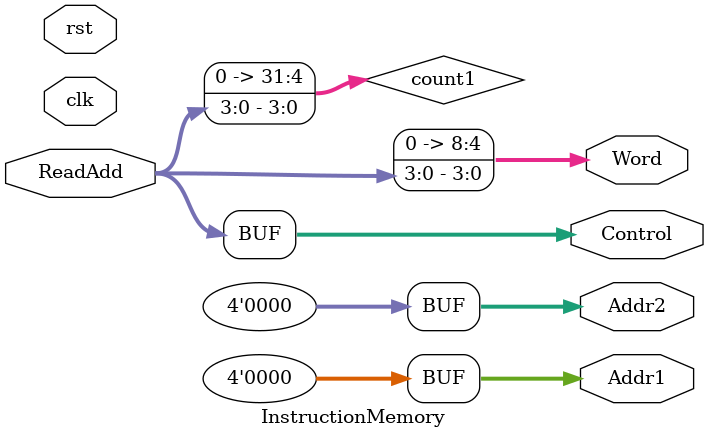
<source format=v>
module InstructionMemory(
	output reg[3:0] Addr1,
	output reg[3:0] Addr2,
	output reg[3:0] Control, //?
	output reg[8:0] Word,	//?
	input [3:0] ReadAdd,
	input clk,
	input rst
);
integer count1;

//Combinatorial READ
always@(*)
begin
	//Convert Hex address to 16 bits
	count1=16'b0;
	count1=ReadAdd;
	Addr1=count1[11:8]; 
	Addr2=count1[7:4]; 
	Control=count1[3:0]; 
	Word=count1[7:0]; 
end
endmodule
</source>
